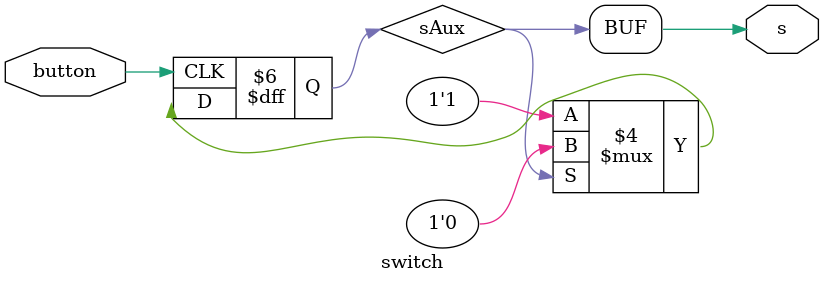
<source format=sv>
module switch(input button, output s);

    logic sAux = 1'b0;

    always_ff @(posedge button) begin
        if(sAux)
            sAux= 1'b0;
        else
            sAux = 1'b1;
    end

    assign s = sAux;

endmodule

</source>
